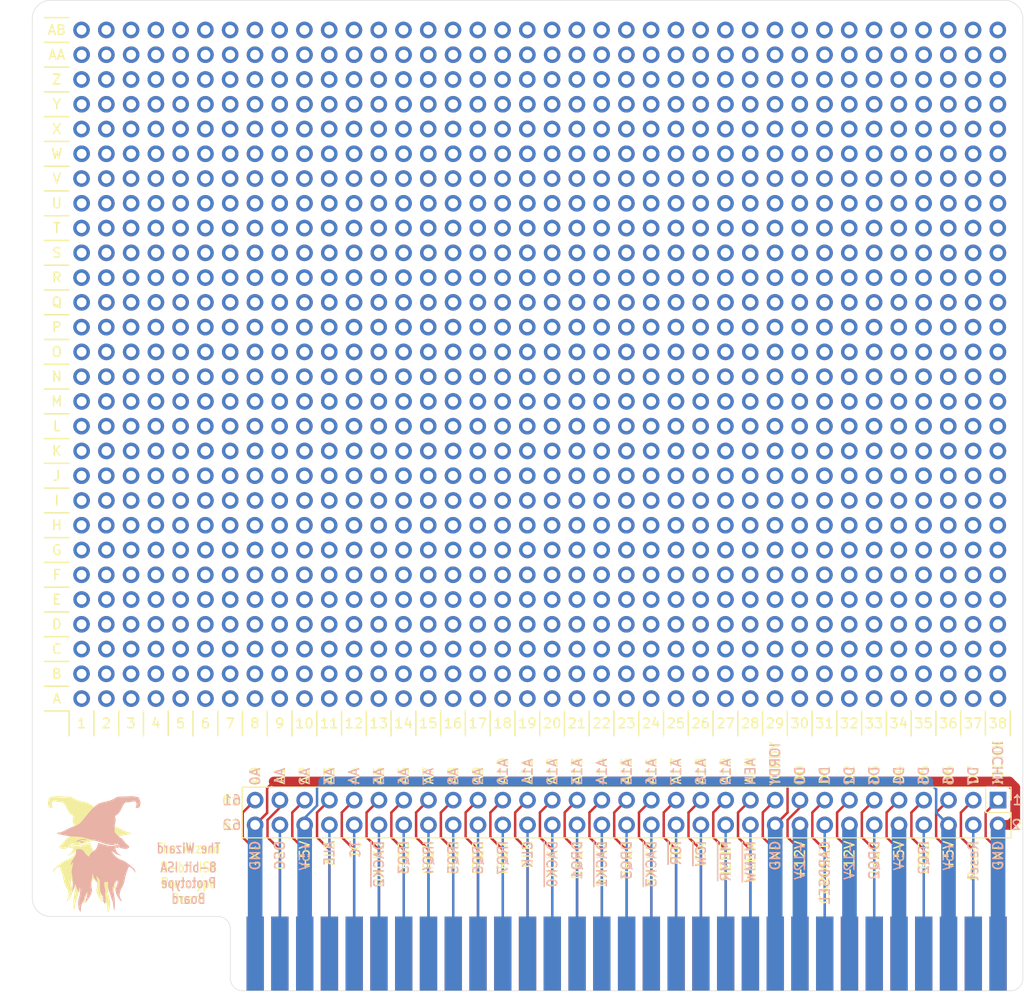
<source format=kicad_pcb>
(kicad_pcb (version 20240108) (generator "pcbnew") (generator_version "8.0")
  (title_block (title "8-bit ISA Prototying Board") (date "2019-02-07") (company "Monotech PCs"))
  (layers (0 "F.Cu" signal) (31 "B.Cu" signal) (36 "B.SilkS" user "B.Silkscreen") (37 "F.SilkS" user "F.Silkscreen") (38 "B.Mask" user) (39 "F.Mask" user) (44 "Edge.Cuts" user))
  (net 0 "")
  (net 1 "A0")
  (net 2 "A1")
  (net 3 "A2")
  (net 4 "A3")
  (net 5 "A4")
  (net 6 "A5")
  (net 7 "A6")
  (net 8 "A7")
  (net 9 "A8")
  (net 10 "A9")
  (net 11 "A10")
  (net 12 "A11")
  (net 13 "A12")
  (net 14 "A13")
  (net 15 "A14")
  (net 16 "A15")
  (net 17 "16")
  (net 18 "A17")
  (net 19 "A18")
  (net 20 "A19")
  (net 21 "AEN")
  (net 22 "IORDY")
  (net 23 "D0")
  (net 24 "D1")
  (net 25 "D2")
  (net 26 "D3")
  (net 27 "D4")
  (net 28 "D5")
  (net 29 "D6")
  (net 30 "D7")
  (net 31 "IOCHK")
  (net 32 "GND")
  (net 33 "OSC")
  (net 34 "+5V")
  (net 35 "ALE")
  (net 36 "TC")
  (net 37 "~{DACK2}")
  (net 38 "IRQ3")
  (net 39 "IRQ4")
  (net 40 "IRQ5")
  (net 41 "IRQ6")
  (net 42 "IRQ7")
  (net 43 "CLK")
  (net 44 "~{DACK0}")
  (net 45 "DRQ1")
  (net 46 "~{DACK1}")
  (net 47 "DRQ3")
  (net 48 "~{DACK3}")
  (net 49 "~{IOR}")
  (net 50 "~{IOW}")
  (net 51 "~{MEMR}")
  (net 52 "~{MEMW}")
  (net 53 "+12V")
  (net 54 "CARDSEL")
  (net 55 "-12V")
  (net 56 "DRQ2")
  (net 57 "-5V")
  (net 58 "IRQ2")
  (net 59 "RESET")
  (footprint "Custom:Conn_Edge_PCB_ISA8" (layer "F.Cu") (at 114.935 135.255)
    (property "Reference" "J1" (hide yes))
    (property "Value" "Bus_ISA_8bit" (hide yes))
  )
  (footprint "Custom:Prototype Area 38x28" (layer "F.Cu") (at 59.0296 40.513)
    (property "Reference" "REF**" (hide yes))
    (property "Value" "Prototype Area 38x28")
  )
  (footprint "Connector_PinHeader_2.54mm:PinHeader_2x31_P2.54mm_Vertical" (layer "F.Cu") (at 153.035 119.507 -90)
    (property "Reference" "J2" (hide yes))
    (property "Value" "Breakout" (hide yes))
  )
  (footprint "Custom:LOGO" (layer "F.Cu") (at 60.325 125.095)
    (property "Reference" "G***" (hide yes))
    (property "Value" "LOGO" (hide yes))
  )
  (footprint "Custom:LOGO" (layer "B.Cu") (at 60.325 125.095 180)
    (property "Reference" "LOGOBACK" (hide yes))
    (property "Value" "LOGO" (hide yes))
  )
  (gr_line (start 53.975 39.37) (end 53.975 129.54) (stroke (width 0.05)) (layer "Edge.Cuts"))
  (gr_arc (start 75.565 139.065) (mid 74.666974 138.693026) (end 74.295 137.795) (stroke (width 0.05)) (layer "Edge.Cuts"))
  (gr_arc (start 155.575 137.795) (mid 155.203026 138.693026) (end 154.305 139.065) (stroke (width 0.05)) (layer "Edge.Cuts"))
  (gr_arc (start 53.975 39.37) (mid 54.532962 38.022962) (end 55.88 37.465) (stroke (width 0.05)) (layer "Edge.Cuts"))
  (gr_arc (start 153.67 37.465) (mid 155.017038 38.022962) (end 155.575 39.37) (stroke (width 0.05)) (layer "Edge.Cuts"))
  (gr_line (start 73.025 131.445) (end 55.88 131.445) (stroke (width 0.05)) (layer "Edge.Cuts"))
  (gr_arc (start 55.88 131.445) (mid 54.532962 130.887038) (end 53.975 129.54) (stroke (width 0.05)) (layer "Edge.Cuts"))
  (gr_line (start 74.295 137.795) (end 74.295 132.715) (stroke (width 0.05)) (layer "Edge.Cuts"))
  (gr_line (start 153.67 37.465) (end 55.88 37.465) (stroke (width 0.05)) (layer "Edge.Cuts"))
  (gr_arc (start 73.025 131.445) (mid 73.923026 131.816974) (end 74.295 132.715) (stroke (width 0.05)) (layer "Edge.Cuts"))
  (gr_line (start 75.565 139.065) (end 154.305 139.065) (stroke (width 0.05)) (layer "Edge.Cuts"))
  (gr_line (start 155.575 137.795) (end 155.575 39.37) (stroke (width 0.05)) (layer "Edge.Cuts"))
  (gr_text "GND" (at 130.175 123.571 90) (layer "B.SilkS") (effects (font (size 1 1)) (justify left mirror)))
  (gr_text "GND" (at 76.835 123.571 90) (layer "B.SilkS") (effects (font (size 1 1)) (justify left mirror)))
  (gr_text "TC" (at 87.122 123.571 90) (layer "B.SilkS") (effects (font (size 1 1)) (justify left mirror)))
  (gr_text "ALE" (at 84.455 123.571 90) (layer "B.SilkS") (effects (font (size 1 1)) (justify left mirror)))
  (gr_text "OSC" (at 79.375 123.571 90) (layer "B.SilkS") (effects (font (size 1 1)) (justify left mirror)))
  (gr_text "~{IOW}" (at 122.555 123.571 90) (layer "B.SilkS") (effects (font (size 1 1)) (justify left mirror)))
  (gr_text "+12V" (at 132.715 123.571 90) (layer "B.SilkS") (effects (font (size 1 1)) (justify left mirror)))
  (gr_text "DRQ3" (at 114.935 123.571 90) (layer "B.SilkS") (effects (font (size 1 1)) (justify left mirror)))
  (gr_text "IRQ4" (at 94.615 123.571 90) (layer "B.SilkS") (effects (font (size 1 1)) (justify left mirror)))
  (gr_text "IRQ3" (at 92.075 123.571 90) (layer "B.SilkS") (effects (font (size 1 1)) (justify left mirror)))
  (gr_text "+5V" (at 81.915 123.571 90) (layer "B.SilkS") (effects (font (size 1 1)) (justify left mirror)))
  (gr_text "IRQ5" (at 97.155 123.571 90) (layer "B.SilkS") (effects (font (size 1 1)) (justify left mirror)))
  (gr_text "~{MEMW}" (at 127.635 123.571 90) (layer "B.SilkS") (effects (font (size 1 1)) (justify left mirror)))
  (gr_text "~{DACK2}" (at 89.535 123.571 90) (layer "B.SilkS") (effects (font (size 1 1)) (justify left mirror)))
  (gr_text "CARDSEL" (at 135.255 123.571 90) (layer "B.SilkS") (effects (font (size 1 1)) (justify left mirror)))
  (gr_text "A0" (at 76.835 118.11 90) (layer "B.SilkS") (effects (font (size 1 1)) (justify right mirror)))
  (gr_text "DRQ1" (at 109.855 123.571 90) (layer "B.SilkS") (effects (font (size 1 1)) (justify left mirror)))
  (gr_text "~{DACK3}" (at 117.475 123.571 90) (layer "B.SilkS") (effects (font (size 1 1)) (justify left mirror)))
  (gr_text "A1" (at 79.375 118.11 90) (layer "B.SilkS") (effects (font (size 1 1)) (justify right mirror)))
  (gr_text "~{MEMR}" (at 125.095 123.571 90) (layer "B.SilkS") (effects (font (size 1 1)) (justify left mirror)))
  (gr_text "-12V" (at 137.795 123.571 90) (layer "B.SilkS") (effects (font (size 1 1)) (justify left mirror)))
  (gr_text "~{DACK0}" (at 107.315 123.571 90) (layer "B.SilkS") (effects (font (size 1 1)) (justify left mirror)))
  (gr_text "~{IOR}" (at 120.015 123.571 90) (layer "B.SilkS") (effects (font (size 1 1)) (justify left mirror)))
  (gr_text "~{DACK1}" (at 112.395 123.571 90) (layer "B.SilkS") (effects (font (size 1 1)) (justify left mirror)))
  (gr_text "CLK" (at 104.775 123.571 90) (layer "B.SilkS") (effects (font (size 1 1)) (justify left mirror)))
  (gr_text "IRQ7" (at 102.235 123.571 90) (layer "B.SilkS") (effects (font (size 1 1)) (justify left mirror)))
  (gr_text "IRQ6" (at 99.695 123.571 90) (layer "B.SilkS") (effects (font (size 1 1)) (justify left mirror)))
  (gr_text "D2" (at 137.795 118.11 90) (layer "B.SilkS") (effects (font (size 1 1)) (justify right mirror)))
  (gr_text "A2" (at 81.915 118.11 90) (layer "B.SilkS") (effects (font (size 1 1)) (justify right mirror)))
  (gr_text "A6" (at 92.075 118.11 90) (layer "B.SilkS") (effects (font (size 1 1)) (justify right mirror)))
  (gr_text "IORDY" (at 130.175 118.11 90) (layer "B.SilkS") (effects (font (size 1 1)) (justify right mirror)))
  (gr_text "A3" (at 84.455 118.11 90) (layer "B.SilkS") (effects (font (size 1 1)) (justify right mirror)))
  (gr_text "A16" (at 117.475 118.11 90) (layer "B.SilkS") (effects (font (size 1 1)) (justify right mirror)))
  (gr_text "A7" (at 94.615 118.11 90) (layer "B.SilkS") (effects (font (size 1 1)) (justify right mirror)))
  (gr_text "A9" (at 99.695 118.11 90) (layer "B.SilkS") (effects (font (size 1 1)) (justify right mirror)))
  (gr_text "A17" (at 120.015 118.11 90) (layer "B.SilkS") (effects (font (size 1 1)) (justify right mirror)))
  (gr_text "IOCHK" (at 153.035 118.11 90) (layer "B.SilkS") (effects (font (size 1 1)) (justify right mirror)))
  (gr_text "A18" (at 122.555 118.11 90) (layer "B.SilkS") (effects (font (size 1 1)) (justify right mirror)))
  (gr_text "D0" (at 132.715 118.11 90) (layer "B.SilkS") (effects (font (size 1 1)) (justify right mirror)))
  (gr_text "D5" (at 145.415 118.11 90) (layer "B.SilkS") (effects (font (size 1 1)) (justify right mirror)))
  (gr_text "D4" (at 142.875 118.11 90) (layer "B.SilkS") (effects (font (size 1 1)) (justify right mirror)))
  (gr_text "A14" (at 112.395 118.11 90) (layer "B.SilkS") (effects (font (size 1 1)) (justify right mirror)))
  (gr_text "AEN" (at 127.635 118.11 90) (layer "B.SilkS") (effects (font (size 1 1)) (justify right mirror)))
  (gr_text "D3" (at 140.335 118.11 90) (layer "B.SilkS") (effects (font (size 1 1)) (justify right mirror)))
  (gr_text "D6" (at 147.955 118.11 90) (layer "B.SilkS") (effects (font (size 1 1)) (justify right mirror)))
  (gr_text "A15" (at 114.935 118.11 90) (layer "B.SilkS") (effects (font (size 1 1)) (justify right mirror)))
  (gr_text "A12" (at 107.315 118.11 90) (layer "B.SilkS") (effects (font (size 1 1)) (justify right mirror)))
  (gr_text "A19" (at 125.095 118.11 90) (layer "B.SilkS") (effects (font (size 1 1)) (justify right mirror)))
  (gr_text "A10" (at 102.235 118.11 90) (layer "B.SilkS") (effects (font (size 1 1)) (justify right mirror)))
  (gr_text "A8" (at 97.155 118.11 90) (layer "B.SilkS") (effects (font (size 1 1)) (justify right mirror)))
  (gr_text "A13" (at 109.855 118.11 90) (layer "B.SilkS") (effects (font (size 1 1)) (justify right mirror)))
  (gr_text "A4" (at 86.995 118.11 90) (layer "B.SilkS") (effects (font (size 1 1)) (justify right mirror)))
  (gr_text "A5" (at 89.535 118.11 90) (layer "B.SilkS") (effects (font (size 1 1)) (justify right mirror)))
  (gr_text "D7" (at 150.495 118.11 90) (layer "B.SilkS") (effects (font (size 1 1)) (justify right mirror)))
  (gr_text "D1" (at 135.255 118.11 90) (layer "B.SilkS") (effects (font (size 1 1)) (justify right mirror)))
  (gr_text "A11" (at 104.775 118.11 90) (layer "B.SilkS") (effects (font (size 1 1)) (justify right mirror)))
  (gr_text "-5V" (at 142.875 123.571 90) (layer "B.SilkS") (effects (font (size 1 1)) (justify left mirror)))
  (gr_text "+5V" (at 147.955 123.571 90) (layer "B.SilkS") (effects (font (size 1 1)) (justify left mirror)))
  (gr_text "GND" (at 153.035 123.571 90) (layer "B.SilkS") (effects (font (size 1 1)) (justify left mirror)))
  (gr_text "DRQ2" (at 140.335 123.571 90) (layer "B.SilkS") (effects (font (size 1 1)) (justify left mirror)))
  (gr_text "Reset" (at 150.495 123.571 90) (layer "B.SilkS") (effects (font (size 1 1)) (justify left mirror)))
  (gr_text "IRQ2" (at 145.415 123.571 90) (layer "B.SilkS") (effects (font (size 1 1)) (justify left mirror)))
  (gr_text "61" (at 73.406 119.507 0) (layer "B.SilkS") (effects (font (size 1 1)) (justify right mirror)))
  (gr_text "2" (at 155.448 122.047 0) (layer "B.SilkS") (effects (font (size 1 1)) (justify left mirror)))
  (gr_text "1" (at 155.575 119.507 0) (layer "B.SilkS") (effects (font (size 1 1)) (justify left mirror)))
  (gr_text "62" (at 73.406 122.047 0) (layer "B.SilkS") (effects (font (size 1 1)) (justify right mirror)))
  (gr_text "The Wizard" (at 70 124.46 0) (layer "B.SilkS") (effects (font (size 1 0.8)) (justify mirror)))
  (gr_text "8-bit ISA\nPrototype\nBoard" (at 70 128.016 0) (layer "B.SilkS") (effects (font (size 1 0.8)) (justify mirror)))
  (gr_text "8-bit ISA\nPrototype\nBoard" (at 70 128.016 0) (layer "F.SilkS") (effects (font (size 1 0.8))))
  (gr_text "GND" (at 153.035 123.571 90) (layer "F.SilkS") (effects (font (size 1 1)) (justify right)))
  (gr_text "Reset" (at 150.495 123.571 90) (layer "F.SilkS") (effects (font (size 1 1)) (justify right)))
  (gr_text "+5V" (at 147.955 123.571 90) (layer "F.SilkS") (effects (font (size 1 1)) (justify right)))
  (gr_text "-5V" (at 142.875 123.571 90) (layer "F.SilkS") (effects (font (size 1 1)) (justify right)))
  (gr_text "IRQ2" (at 145.415 123.571 90) (layer "F.SilkS") (effects (font (size 1 1)) (justify right)))
  (gr_text "DRQ2" (at 140.335 123.571 90) (layer "F.SilkS") (effects (font (size 1 1)) (justify right)))
  (gr_text "GND" (at 130.175 123.571 90) (layer "F.SilkS") (effects (font (size 1 1)) (justify right)))
  (gr_text "GND" (at 76.835 123.571 90) (layer "F.SilkS") (effects (font (size 1 1)) (justify right)))
  (gr_text "ALE" (at 84.455 123.571 90) (layer "F.SilkS") (effects (font (size 1 1)) (justify right)))
  (gr_text "TC" (at 87.122 123.571 90) (layer "F.SilkS") (effects (font (size 1 1)) (justify right)))
  (gr_text "OSC" (at 79.375 123.571 90) (layer "F.SilkS") (effects (font (size 1 1)) (justify right)))
  (gr_text "-12V" (at 137.795 123.571 90) (layer "F.SilkS") (effects (font (size 1 1)) (justify right)))
  (gr_text "+12V" (at 132.715 123.571 90) (layer "F.SilkS") (effects (font (size 1 1)) (justify right)))
  (gr_text "CARDSEL" (at 135.255 123.571 90) (layer "F.SilkS") (effects (font (size 1 1)) (justify right)))
  (gr_text "~{MEMW}" (at 127.635 123.571 90) (layer "F.SilkS") (effects (font (size 1 1)) (justify right)))
  (gr_text "~{MEMR}" (at 125.095 123.571 90) (layer "F.SilkS") (effects (font (size 1 1)) (justify right)))
  (gr_text "~{IOW}" (at 122.555 123.571 90) (layer "F.SilkS") (effects (font (size 1 1)) (justify right)))
  (gr_text "~{IOR}" (at 120.015 123.571 90) (layer "F.SilkS") (effects (font (size 1 1)) (justify right)))
  (gr_text "~{DACK3}" (at 117.475 123.571 90) (layer "F.SilkS") (effects (font (size 1 1)) (justify right)))
  (gr_text "DRQ3" (at 114.935 123.571 90) (layer "F.SilkS") (effects (font (size 1 1)) (justify right)))
  (gr_text "~{DACK1}" (at 112.395 123.571 90) (layer "F.SilkS") (effects (font (size 1 1)) (justify right)))
  (gr_text "CLK" (at 104.775 123.571 90) (layer "F.SilkS") (effects (font (size 1 1)) (justify right)))
  (gr_text "IRQ7" (at 102.235 123.571 90) (layer "F.SilkS") (effects (font (size 1 1)) (justify right)))
  (gr_text "~{DACK0}" (at 107.315 123.571 90) (layer "F.SilkS") (effects (font (size 1 1)) (justify right)))
  (gr_text "DRQ1" (at 109.855 123.571 90) (layer "F.SilkS") (effects (font (size 1 1)) (justify right)))
  (gr_text "IRQ6" (at 99.695 123.571 90) (layer "F.SilkS") (effects (font (size 1 1)) (justify right)))
  (gr_text "IRQ5" (at 97.155 123.571 90) (layer "F.SilkS") (effects (font (size 1 1)) (justify right)))
  (gr_text "IRQ4" (at 94.615 123.571 90) (layer "F.SilkS") (effects (font (size 1 1)) (justify right)))
  (gr_text "IRQ3" (at 92.075 123.571 90) (layer "F.SilkS") (effects (font (size 1 1)) (justify right)))
  (gr_text "+5V" (at 81.915 123.571 90) (layer "F.SilkS") (effects (font (size 1 1)) (justify right)))
  (gr_text "~{DACK2}" (at 89.535 123.571 90) (layer "F.SilkS") (effects (font (size 1 1)) (justify right)))
  (gr_text "A0" (at 76.835 117.983 90) (layer "F.SilkS") (effects (font (size 1 1)) (justify left)))
  (gr_text "A1" (at 79.375 117.983 90) (layer "F.SilkS") (effects (font (size 1 1)) (justify left)))
  (gr_text "A2" (at 81.915 117.983 90) (layer "F.SilkS") (effects (font (size 1 1)) (justify left)))
  (gr_text "A3" (at 84.455 117.983 90) (layer "F.SilkS") (effects (font (size 1 1)) (justify left)))
  (gr_text "A4" (at 86.995 117.983 90) (layer "F.SilkS") (effects (font (size 1 1)) (justify left)))
  (gr_text "A5" (at 89.535 117.983 90) (layer "F.SilkS") (effects (font (size 1 1)) (justify left)))
  (gr_text "A6" (at 92.075 117.983 90) (layer "F.SilkS") (effects (font (size 1 1)) (justify left)))
  (gr_text "A7" (at 94.615 117.983 90) (layer "F.SilkS") (effects (font (size 1 1)) (justify left)))
  (gr_text "A8" (at 97.155 117.983 90) (layer "F.SilkS") (effects (font (size 1 1)) (justify left)))
  (gr_text "A9" (at 99.695 117.983 90) (layer "F.SilkS") (effects (font (size 1 1)) (justify left)))
  (gr_text "A10" (at 102.235 117.983 90) (layer "F.SilkS") (effects (font (size 1 1)) (justify left)))
  (gr_text "A11" (at 104.775 117.983 90) (layer "F.SilkS") (effects (font (size 1 1)) (justify left)))
  (gr_text "A12" (at 107.315 117.983 90) (layer "F.SilkS") (effects (font (size 1 1)) (justify left)))
  (gr_text "A13" (at 109.855 117.983 90) (layer "F.SilkS") (effects (font (size 1 1)) (justify left)))
  (gr_text "A14" (at 112.395 117.983 90) (layer "F.SilkS") (effects (font (size 1 1)) (justify left)))
  (gr_text "A15" (at 114.935 117.983 90) (layer "F.SilkS") (effects (font (size 1 1)) (justify left)))
  (gr_text "A16" (at 117.475 117.983 90) (layer "F.SilkS") (effects (font (size 1 1)) (justify left)))
  (gr_text "A17" (at 120.015 117.983 90) (layer "F.SilkS") (effects (font (size 1 1)) (justify left)))
  (gr_text "A18" (at 122.555 117.983 90) (layer "F.SilkS") (effects (font (size 1 1)) (justify left)))
  (gr_text "A19" (at 125.095 117.983 90) (layer "F.SilkS") (effects (font (size 1 1)) (justify left)))
  (gr_text "AEN" (at 127.635 117.983 90) (layer "F.SilkS") (effects (font (size 1 1)) (justify left)))
  (gr_text "IORDY" (at 130.175 117.983 90) (layer "F.SilkS") (effects (font (size 1 1)) (justify left)))
  (gr_text "D7" (at 150.495 117.983 90) (layer "F.SilkS") (effects (font (size 1 1)) (justify left)))
  (gr_text "D2" (at 137.795 117.983 90) (layer "F.SilkS") (effects (font (size 1 1)) (justify left)))
  (gr_text "D3" (at 140.335 117.983 90) (layer "F.SilkS") (effects (font (size 1 1)) (justify left)))
  (gr_text "D4" (at 142.875 117.983 90) (layer "F.SilkS") (effects (font (size 1 1)) (justify left)))
  (gr_text "D0" (at 132.715 117.983 90) (layer "F.SilkS") (effects (font (size 1 1)) (justify left)))
  (gr_text "D6" (at 147.955 117.983 90) (layer "F.SilkS") (effects (font (size 1 1)) (justify left)))
  (gr_text "D1" (at 135.255 117.983 90) (layer "F.SilkS") (effects (font (size 1 1)) (justify left)))
  (gr_text "D5" (at 145.415 117.983 90) (layer "F.SilkS") (effects (font (size 1 1)) (justify left)))
  (gr_text "IOCHK" (at 153.035 117.983 90) (layer "F.SilkS") (effects (font (size 1 1)) (justify left)))
  (gr_text "2" (at 154.432 122.047 0) (layer "F.SilkS") (effects (font (size 1 1)) (justify left)))
  (gr_text "62" (at 75.438 122.047 0) (layer "F.SilkS") (effects (font (size 1 1)) (justify right)))
  (gr_text "61" (at 75.438 119.507 0) (layer "F.SilkS") (effects (font (size 1 1)) (justify right)))
  (gr_text "The Wizard" (at 70 124.46 0) (layer "F.SilkS") (effects (font (size 1 0.8))))
  (gr_text "1" (at 154.432 119.507 0) (layer "F.SilkS") (effects (font (size 1 1)) (justify left)))
  (segment (start 76.835 135.255) (end 76.835 124.587) (width 0.254) (layer "F.Cu") (net 1))
  (segment (start 75.565 123.317) (end 75.565 120.777) (width 0.254) (layer "F.Cu") (net 1))
  (segment (start 76.835 124.587) (end 75.565 123.317) (width 0.254) (layer "F.Cu") (net 1))
  (segment (start 75.565 120.777) (end 76.835 119.507) (width 0.254) (layer "F.Cu") (net 1))
  (segment (start 79.375 120.269) (end 79.375 119.507) (width 0.254) (layer "F.Cu") (net 2))
  (segment (start 79.375 135.255) (end 79.375 124.587) (width 0.254) (layer "F.Cu") (net 2))
  (segment (start 78.105 123.317) (end 78.105 121.539) (width 0.254) (layer "F.Cu") (net 2))
  (segment (start 79.375 124.587) (end 78.105 123.317) (width 0.254) (layer "F.Cu") (net 2))
  (segment (start 78.105 121.539) (end 79.375 120.269) (width 0.254) (layer "F.Cu") (net 2))
  (segment (start 81.915 124.587) (end 80.645 123.317) (width 0.254) (layer "F.Cu") (net 3))
  (segment (start 81.915 135.255) (end 81.915 124.587) (width 0.254) (layer "F.Cu") (net 3))
  (segment (start 80.645 120.777) (end 81.915 119.507) (width 0.254) (layer "F.Cu") (net 3))
  (segment (start 80.645 123.317) (end 80.645 120.777) (width 0.254) (layer "F.Cu") (net 3))
  (segment (start 83.185 120.777) (end 84.455 119.507) (width 0.254) (layer "F.Cu") (net 4))
  (segment (start 84.455 124.587) (end 83.185 123.317) (width 0.254) (layer "F.Cu") (net 4))
  (segment (start 83.185 123.317) (end 83.185 120.777) (width 0.254) (layer "F.Cu") (net 4))
  (segment (start 84.455 135.255) (end 84.455 124.587) (width 0.254) (layer "F.Cu") (net 4))
  (segment (start 85.725 120.777) (end 86.995 119.507) (width 0.254) (layer "F.Cu") (net 5))
  (segment (start 86.995 124.587) (end 85.725 123.317) (width 0.254) (layer "F.Cu") (net 5))
  (segment (start 86.995 135.255) (end 86.995 124.587) (width 0.254) (layer "F.Cu") (net 5))
  (segment (start 85.725 123.317) (end 85.725 120.777) (width 0.254) (layer "F.Cu") (net 5))
  (segment (start 89.535 124.587) (end 88.265 123.317) (width 0.254) (layer "F.Cu") (net 6))
  (segment (start 89.535 135.255) (end 89.535 124.587) (width 0.254) (layer "F.Cu") (net 6))
  (segment (start 88.265 123.317) (end 88.265 120.777) (width 0.254) (layer "F.Cu") (net 6))
  (segment (start 88.265 120.777) (end 89.535 119.507) (width 0.254) (layer "F.Cu") (net 6))
  (segment (start 92.075 135.255) (end 92.075 124.587) (width 0.254) (layer "F.Cu") (net 7))
  (segment (start 90.805 120.777) (end 92.075 119.507) (width 0.254) (layer "F.Cu") (net 7))
  (segment (start 90.805 123.317) (end 90.805 120.777) (width 0.254) (layer "F.Cu") (net 7))
  (segment (start 92.075 124.587) (end 90.805 123.317) (width 0.254) (layer "F.Cu") (net 7))
  (segment (start 93.345 123.317) (end 93.345 120.777) (width 0.254) (layer "F.Cu") (net 8))
  (segment (start 93.345 120.777) (end 94.615 119.507) (width 0.254) (layer "F.Cu") (net 8))
  (segment (start 94.615 124.587) (end 93.345 123.317) (width 0.254) (layer "F.Cu") (net 8))
  (segment (start 94.615 135.255) (end 94.615 124.587) (width 0.254) (layer "F.Cu") (net 8))
  (segment (start 97.155 135.255) (end 97.155 124.587) (width 0.254) (layer "F.Cu") (net 9))
  (segment (start 95.885 123.317) (end 95.885 120.777) (width 0.254) (layer "F.Cu") (net 9))
  (segment (start 95.885 120.777) (end 97.155 119.507) (width 0.254) (layer "F.Cu") (net 9))
  (segment (start 97.155 124.587) (end 95.885 123.317) (width 0.254) (layer "F.Cu") (net 9))
  (segment (start 99.695 135.255) (end 99.695 124.587) (width 0.254) (layer "F.Cu") (net 10))
  (segment (start 99.695 124.587) (end 98.425 123.317) (width 0.254) (layer "F.Cu") (net 10))
  (segment (start 98.425 123.317) (end 98.425 120.777) (width 0.254) (layer "F.Cu") (net 10))
  (segment (start 98.425 120.777) (end 99.695 119.507) (width 0.254) (layer "F.Cu") (net 10))
  (segment (start 100.965 123.317) (end 100.965 120.777) (width 0.254) (layer "F.Cu") (net 11))
  (segment (start 102.235 135.255) (end 102.235 124.587) (width 0.254) (layer "F.Cu") (net 11))
  (segment (start 102.235 124.587) (end 100.965 123.317) (width 0.254) (layer "F.Cu") (net 11))
  (segment (start 100.965 120.777) (end 102.235 119.507) (width 0.254) (layer "F.Cu") (net 11))
  (segment (start 104.775 135.255) (end 104.775 124.587) (width 0.254) (layer "F.Cu") (net 12))
  (segment (start 103.505 120.777) (end 104.775 119.507) (width 0.254) (layer "F.Cu") (net 12))
  (segment (start 103.505 123.317) (end 103.505 120.777) (width 0.254) (layer "F.Cu") (net 12))
  (segment (start 104.775 124.587) (end 103.505 123.317) (width 0.254) (layer "F.Cu") (net 12))
  (segment (start 106.045 120.777) (end 107.315 119.507) (width 0.254) (layer "F.Cu") (net 13))
  (segment (start 106.045 123.317) (end 106.045 120.777) (width 0.254) (layer "F.Cu") (net 13))
  (segment (start 107.315 124.587) (end 106.045 123.317) (width 0.254) (layer "F.Cu") (net 13))
  (segment (start 107.315 135.255) (end 107.315 124.587) (width 0.254) (layer "F.Cu") (net 13))
  (segment (start 109.855 124.587) (end 108.585 123.317) (width 0.254) (layer "F.Cu") (net 14))
  (segment (start 109.855 135.255) (end 109.855 124.587) (width 0.254) (layer "F.Cu") (net 14))
  (segment (start 108.585 123.317) (end 108.585 120.777) (width 0.254) (layer "F.Cu") (net 14))
  (segment (start 108.585 120.777) (end 109.855 119.507) (width 0.254) (layer "F.Cu") (net 14))
  (segment (start 112.395 124.587) (end 111.125 123.317) (width 0.254) (layer "F.Cu") (net 15))
  (segment (start 112.395 135.255) (end 112.395 124.587) (width 0.254) (layer "F.Cu") (net 15))
  (segment (start 111.125 123.317) (end 111.125 120.777) (width 0.254) (layer "F.Cu") (net 15))
  (segment (start 111.125 120.777) (end 112.395 119.507) (width 0.254) (layer "F.Cu") (net 15))
  (segment (start 114.935 135.255) (end 114.935 124.587) (width 0.254) (layer "F.Cu") (net 16))
  (segment (start 114.935 124.587) (end 113.665 123.317) (width 0.254) (layer "F.Cu") (net 16))
  (segment (start 113.665 123.317) (end 113.665 120.777) (width 0.254) (layer "F.Cu") (net 16))
  (segment (start 113.665 120.777) (end 114.935 119.507) (width 0.254) (layer "F.Cu") (net 16))
  (segment (start 117.475 124.587) (end 116.205 123.317) (width 0.254) (layer "F.Cu") (net 17))
  (segment (start 116.205 120.777) (end 117.475 119.507) (width 0.254) (layer "F.Cu") (net 17))
  (segment (start 116.205 123.317) (end 116.205 120.777) (width 0.254) (layer "F.Cu") (net 17))
  (segment (start 117.475 135.255) (end 117.475 124.587) (width 0.254) (layer "F.Cu") (net 17))
  (segment (start 118.745 123.317) (end 118.745 120.777) (width 0.254) (layer "F.Cu") (net 18))
  (segment (start 120.015 135.255) (end 120.015 124.587) (width 0.254) (layer "F.Cu") (net 18))
  (segment (start 120.015 124.587) (end 118.745 123.317) (width 0.254) (layer "F.Cu") (net 18))
  (segment (start 118.745 120.777) (end 120.015 119.507) (width 0.254) (layer "F.Cu") (net 18))
  (segment (start 121.285 120.777) (end 122.555 119.507) (width 0.254) (layer "F.Cu") (net 19))
  (segment (start 122.555 124.587) (end 121.285 123.317) (width 0.254) (layer "F.Cu") (net 19))
  (segment (start 121.285 123.317) (end 121.285 120.777) (width 0.254) (layer "F.Cu") (net 19))
  (segment (start 122.555 135.255) (end 122.555 124.587) (width 0.254) (layer "F.Cu") (net 19))
  (segment (start 123.825 123.317) (end 123.825 120.777) (width 0.254) (layer "F.Cu") (net 20))
  (segment (start 125.095 135.255) (end 125.095 124.587) (width 0.254) (layer "F.Cu") (net 20))
  (segment (start 125.095 124.587) (end 123.825 123.317) (width 0.254) (layer "F.Cu") (net 20))
  (segment (start 123.825 120.777) (end 125.095 119.507) (width 0.254) (layer "F.Cu") (net 20))
  (segment (start 126.365 120.777) (end 127.635 119.507) (width 0.254) (layer "F.Cu") (net 21))
  (segment (start 127.635 135.255) (end 127.635 124.587) (width 0.254) (layer "F.Cu") (net 21))
  (segment (start 126.365 123.317) (end 126.365 120.777) (width 0.254) (layer "F.Cu") (net 21))
  (segment (start 127.635 124.587) (end 126.365 123.317) (width 0.254) (layer "F.Cu") (net 21))
  (segment (start 130.175 135.255) (end 130.175 124.587) (width 0.254) (layer "F.Cu") (net 22))
  (segment (start 128.905 123.317) (end 128.905 120.777) (width 0.254) (layer "F.Cu") (net 22))
  (segment (start 128.905 120.777) (end 130.175 119.507) (width 0.254) (layer "F.Cu") (net 22))
  (segment (start 130.175 124.587) (end 128.905 123.317) (width 0.254) (layer "F.Cu") (net 22))
  (segment (start 131.445 121.539) (end 132.715 120.269) (width 0.254) (layer "F.Cu") (net 23))
  (segment (start 132.715 135.255) (end 132.715 124.587) (width 0.254) (layer "F.Cu") (net 23))
  (segment (start 132.715 124.587) (end 131.445 123.317) (width 0.254) (layer "F.Cu") (net 23))
  (segment (start 132.715 120.269) (end 132.715 119.507) (width 0.254) (layer "F.Cu") (net 23))
  (segment (start 131.445 123.317) (end 131.445 121.539) (width 0.254) (layer "F.Cu") (net 23))
  (segment (start 135.255 135.255) (end 135.255 124.587) (width 0.254) (layer "F.Cu") (net 24))
  (segment (start 135.255 124.587) (end 133.985 123.317) (width 0.254) (layer "F.Cu") (net 24))
  (segment (start 133.985 120.777) (end 135.255 119.507) (width 0.254) (layer "F.Cu") (net 24))
  (segment (start 133.985 123.317) (end 133.985 120.777) (width 0.254) (layer "F.Cu") (net 24))
  (segment (start 137.795 124.587) (end 136.525 123.317) (width 0.254) (layer "F.Cu") (net 25))
  (segment (start 137.795 135.255) (end 137.795 124.587) (width 0.254) (layer "F.Cu") (net 25))
  (segment (start 136.525 120.777) (end 137.795 119.507) (width 0.254) (layer "F.Cu") (net 25))
  (segment (start 136.525 123.317) (end 136.525 120.777) (width 0.254) (layer "F.Cu") (net 25))
  (segment (start 140.335 124.587) (end 139.065 123.317) (width 0.254) (layer "F.Cu") (net 26))
  (segment (start 139.065 123.317) (end 139.065 120.777) (width 0.254) (layer "F.Cu") (net 26))
  (segment (start 139.065 120.777) (end 140.335 119.507) (width 0.254) (layer "F.Cu") (net 26))
  (segment (start 140.335 135.255) (end 140.335 124.587) (width 0.254) (layer "F.Cu") (net 26))
  (segment (start 142.875 135.255) (end 142.875 124.587) (width 0.254) (layer "F.Cu") (net 27))
  (segment (start 141.605 123.317) (end 141.605 120.777) (width 0.254) (layer "F.Cu") (net 27))
  (segment (start 141.605 120.777) (end 142.875 119.507) (width 0.254) (layer "F.Cu") (net 27))
  (segment (start 142.875 124.587) (end 141.605 123.317) (width 0.254) (layer "F.Cu") (net 27))
  (segment (start 145.415 124.587) (end 144.145 123.317) (width 0.254) (layer "F.Cu") (net 28))
  (segment (start 145.415 135.255) (end 145.415 124.587) (width 0.254) (layer "F.Cu") (net 28))
  (segment (start 144.145 120.777) (end 145.415 119.507) (width 0.254) (layer "F.Cu") (net 28))
  (segment (start 144.145 123.317) (end 144.145 120.777) (width 0.254) (layer "F.Cu") (net 28))
  (segment (start 146.685 120.777) (end 147.955 119.507) (width 0.254) (layer "F.Cu") (net 29))
  (segment (start 146.685 123.317) (end 146.685 120.777) (width 0.254) (layer "F.Cu") (net 29))
  (segment (start 147.955 135.255) (end 147.955 124.587) (width 0.254) (layer "F.Cu") (net 29))
  (segment (start 147.955 124.587) (end 146.685 123.317) (width 0.254) (layer "F.Cu") (net 29))
  (segment (start 150.495 135.255) (end 150.495 124.587) (width 0.254) (layer "F.Cu") (net 30))
  (segment (start 149.225 120.777) (end 150.495 119.507) (width 0.254) (layer "F.Cu") (net 30))
  (segment (start 149.225 123.317) (end 149.225 120.777) (width 0.254) (layer "F.Cu") (net 30))
  (segment (start 150.495 124.587) (end 149.225 123.317) (width 0.254) (layer "F.Cu") (net 30))
  (segment (start 151.765 120.777) (end 153.035 119.507) (width 0.254) (layer "F.Cu") (net 31))
  (segment (start 151.765 123.317) (end 151.765 120.777) (width 0.254) (layer "F.Cu") (net 31))
  (segment (start 153.035 135.255) (end 153.035 124.587) (width 0.254) (layer "F.Cu") (net 31))
  (segment (start 153.035 124.587) (end 151.765 123.317) (width 0.254) (layer "F.Cu") (net 31))
  (segment (start 131.445 117.602) (end 154.187202 117.602) (width 1) (layer "F.Cu") (net 32))
  (segment (start 78.74 117.602) (end 131.445 117.602) (width 1) (layer "F.Cu") (net 32))
  (segment (start 131.445 117.602) (end 131.445 120.777) (width 0.254) (layer "F.Cu") (net 32))
  (segment (start 154.79599 121.488091) (end 154.237081 122.047) (width 1) (layer "F.Cu") (net 32))
  (segment (start 78.066001 118.275999) (end 78.74 117.602) (width 0.254) (layer "F.Cu") (net 32))
  (segment (start 154.79599 118.210788) (end 154.79599 121.488091) (width 1) (layer "F.Cu") (net 32))
  (segment (start 154.237081 122.047) (end 153.035 122.047) (width 1) (layer "F.Cu") (net 32))
  (segment (start 131.445 120.777) (end 130.175 122.047) (width 0.254) (layer "F.Cu") (net 32))
  (segment (start 76.835 122.047) (end 78.066001 120.815999) (width 0.254) (layer "F.Cu") (net 32))
  (segment (start 154.187202 117.602) (end 154.79599 118.210788) (width 1) (layer "F.Cu") (net 32))
  (segment (start 78.066001 120.815999) (end 78.066001 118.275999) (width 0.254) (layer "F.Cu") (net 32))
  (segment (start 153.035 122.047) (end 153.035 135.255) (width 1.5) (layer "B.Cu") (net 32))
  (segment (start 130.175 122.047) (end 130.175 135.255) (width 1.5) (layer "B.Cu") (net 32))
  (segment (start 76.835 122.047) (end 76.835 135.255) (width 1.5) (layer "B.Cu") (net 32))
  (segment (start 79.375 122.047) (end 79.375 135.255) (width 0.254) (layer "B.Cu") (net 33))
  (segment (start 83.185 118.237) (end 83.82 117.602) (width 0.254) (layer "B.Cu") (net 34))
  (segment (start 83.82 117.602) (end 145.883922 117.602) (width 1) (layer "B.Cu") (net 34))
  (segment (start 83.185 120.058882) (end 83.185 118.237) (width 0.254) (layer "B.Cu") (net 34))
  (segment (start 146.685 120.777) (end 147.105001 121.197001) (width 0.254) (layer "B.Cu") (net 34))
  (segment (start 145.883922 117.602) (end 146.685 118.403078) (width 0.254) (layer "B.Cu") (net 34))
  (segment (start 81.915 122.047) (end 81.915 135.255) (width 1.5) (layer "B.Cu") (net 34))
  (segment (start 81.915 121.328882) (end 83.185 120.058882) (width 0.254) (layer "B.Cu") (net 34))
  (segment (start 147.955 122.047) (end 147.955 135.255) (width 1.5) (layer "B.Cu") (net 34))
  (segment (start 147.105001 121.197001) (end 147.955 122.047) (width 0.254) (layer "B.Cu") (net 34))
  (segment (start 81.915 122.047) (end 81.915 121.328882) (width 0.254) (layer "B.Cu") (net 34))
  (segment (start 146.685 118.403078) (end 146.685 120.777) (width 0.254) (layer "B.Cu") (net 34))
  (segment (start 84.455 122.047) (end 84.455 135.255) (width 0.254) (layer "B.Cu") (net 35))
  (segment (start 86.995 122.047) (end 86.995 135.255) (width 0.254) (layer "B.Cu") (net 36))
  (segment (start 89.535 122.047) (end 89.535 135.255) (width 0.254) (layer "B.Cu") (net 37))
  (segment (start 92.075 122.047) (end 92.075 135.255) (width 0.254) (layer "B.Cu") (net 38))
  (segment (start 94.615 122.047) (end 94.615 135.255) (width 0.254) (layer "B.Cu") (net 39))
  (segment (start 97.155 122.047) (end 97.155 135.255) (width 0.254) (layer "B.Cu") (net 40))
  (segment (start 99.695 122.047) (end 99.695 135.255) (width 0.254) (layer "B.Cu") (net 41))
  (segment (start 102.235 122.047) (end 102.235 135.255) (width 0.254) (layer "B.Cu") (net 42))
  (segment (start 104.775 122.047) (end 104.775 135.255) (width 0.254) (layer "B.Cu") (net 43))
  (segment (start 107.315 122.047) (end 107.315 135.255) (width 0.254) (layer "B.Cu") (net 44))
  (segment (start 109.855 122.047) (end 109.855 135.255) (width 0.254) (layer "B.Cu") (net 45))
  (segment (start 112.395 122.047) (end 112.395 135.255) (width 0.254) (layer "B.Cu") (net 46))
  (segment (start 114.935 122.047) (end 114.935 135.255) (width 0.254) (layer "B.Cu") (net 47))
  (segment (start 117.475 122.047) (end 117.475 135.255) (width 0.254) (layer "B.Cu") (net 48))
  (segment (start 120.015 122.047) (end 120.015 135.255) (width 0.254) (layer "B.Cu") (net 49))
  (segment (start 122.555 122.047) (end 122.555 135.255) (width 0.254) (layer "B.Cu") (net 50))
  (segment (start 125.095 122.047) (end 125.095 135.255) (width 0.254) (layer "B.Cu") (net 51))
  (segment (start 127.635 122.047) (end 127.635 135.255) (width 0.254) (layer "B.Cu") (net 52))
  (segment (start 132.715 122.047) (end 132.715 135.255) (width 1.5) (layer "B.Cu") (net 53))
  (segment (start 135.255 122.047) (end 135.255 135.255) (width 0.254) (layer "B.Cu") (net 54))
  (segment (start 137.795 122.047) (end 137.795 135.255) (width 1.5) (layer "B.Cu") (net 55))
  (segment (start 140.335 122.047) (end 140.335 135.255) (width 0.254) (layer "B.Cu") (net 56))
  (segment (start 142.875 122.047) (end 142.875 135.255) (width 1.5) (layer "B.Cu") (net 57))
  (segment (start 145.415 122.047) (end 145.415 135.255) (width 0.254) (layer "B.Cu") (net 58))
  (segment (start 150.495 122.047) (end 150.495 135.255) (width 0.254) (layer "B.Cu") (net 59))
)
</source>
